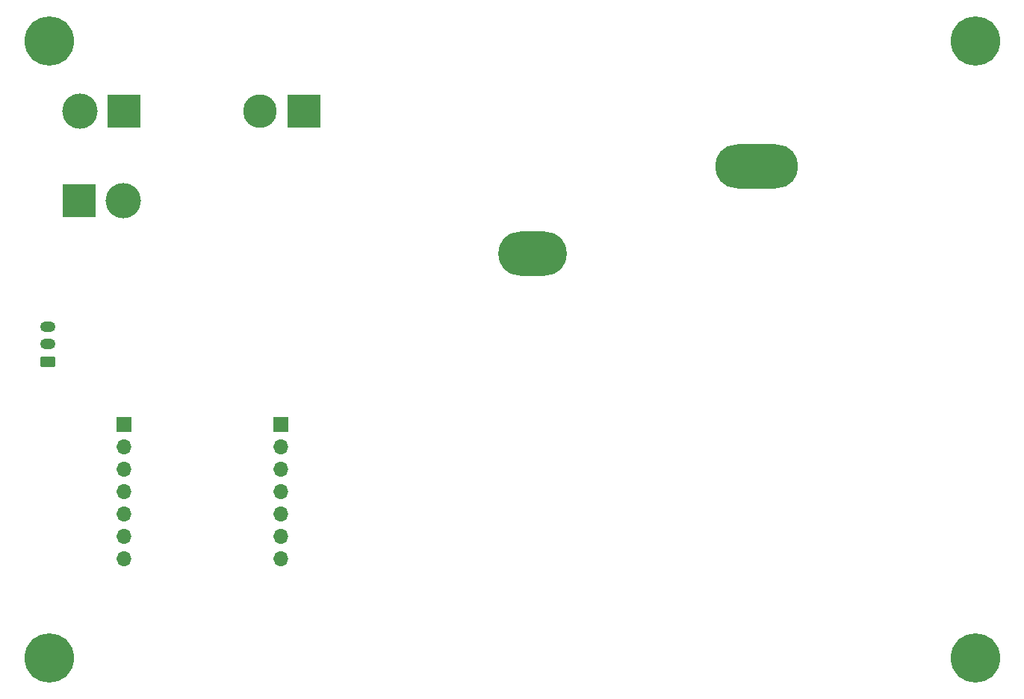
<source format=gbr>
%TF.GenerationSoftware,KiCad,Pcbnew,8.0.4*%
%TF.CreationDate,2025-02-03T15:53:43-05:00*%
%TF.ProjectId,AerospaceBigButton,4165726f-7370-4616-9365-426967427574,rev?*%
%TF.SameCoordinates,Original*%
%TF.FileFunction,Soldermask,Bot*%
%TF.FilePolarity,Negative*%
%FSLAX46Y46*%
G04 Gerber Fmt 4.6, Leading zero omitted, Abs format (unit mm)*
G04 Created by KiCad (PCBNEW 8.0.4) date 2025-02-03 15:53:43*
%MOMM*%
%LPD*%
G01*
G04 APERTURE LIST*
G04 Aperture macros list*
%AMRoundRect*
0 Rectangle with rounded corners*
0 $1 Rounding radius*
0 $2 $3 $4 $5 $6 $7 $8 $9 X,Y pos of 4 corners*
0 Add a 4 corners polygon primitive as box body*
4,1,4,$2,$3,$4,$5,$6,$7,$8,$9,$2,$3,0*
0 Add four circle primitives for the rounded corners*
1,1,$1+$1,$2,$3*
1,1,$1+$1,$4,$5*
1,1,$1+$1,$6,$7*
1,1,$1+$1,$8,$9*
0 Add four rect primitives between the rounded corners*
20,1,$1+$1,$2,$3,$4,$5,0*
20,1,$1+$1,$4,$5,$6,$7,0*
20,1,$1+$1,$6,$7,$8,$9,0*
20,1,$1+$1,$8,$9,$2,$3,0*%
G04 Aperture macros list end*
%ADD10C,3.600000*%
%ADD11C,5.600000*%
%ADD12RoundRect,0.250000X0.625000X-0.350000X0.625000X0.350000X-0.625000X0.350000X-0.625000X-0.350000X0*%
%ADD13O,1.750000X1.200000*%
%ADD14R,3.800000X3.800000*%
%ADD15C,3.800000*%
%ADD16O,7.800000X5.000000*%
%ADD17O,9.400000X5.000000*%
%ADD18C,4.000000*%
%ADD19R,1.700000X1.700000*%
%ADD20O,1.700000X1.700000*%
G04 APERTURE END LIST*
D10*
%TO.C,H4*%
X55000000Y-90000000D03*
D11*
X55000000Y-90000000D03*
%TD*%
D10*
%TO.C,H1*%
X55000000Y-20000000D03*
D11*
X55000000Y-20000000D03*
%TD*%
D12*
%TO.C,J6*%
X54850000Y-56400000D03*
D13*
X54850000Y-54400000D03*
X54850000Y-52400000D03*
%TD*%
D14*
%TO.C,J3*%
X83900000Y-27940000D03*
D15*
X78900000Y-27940000D03*
%TD*%
D10*
%TO.C,H3*%
X160000000Y-90000000D03*
D11*
X160000000Y-90000000D03*
%TD*%
D16*
%TO.C,SW1*%
X109760000Y-44150000D03*
D17*
X135160000Y-34260000D03*
%TD*%
D10*
%TO.C,H2*%
X160000000Y-20000000D03*
D11*
X160000000Y-20000000D03*
%TD*%
D14*
%TO.C,J5*%
X58420000Y-38100000D03*
D18*
X63420000Y-38100000D03*
%TD*%
D19*
%TO.C,J1*%
X63500000Y-63500000D03*
D20*
X63500000Y-66040000D03*
X63500000Y-68580000D03*
X63500000Y-71120000D03*
X63500000Y-73660000D03*
X63500000Y-76200000D03*
X63500000Y-78740000D03*
%TD*%
D14*
%TO.C,J4*%
X63500000Y-27940000D03*
D18*
X58500000Y-27940000D03*
%TD*%
D19*
%TO.C,J2*%
X81280000Y-63500000D03*
D20*
X81280000Y-66040000D03*
X81280000Y-68580000D03*
X81280000Y-71120000D03*
X81280000Y-73660000D03*
X81280000Y-76200000D03*
X81280000Y-78740000D03*
%TD*%
M02*

</source>
